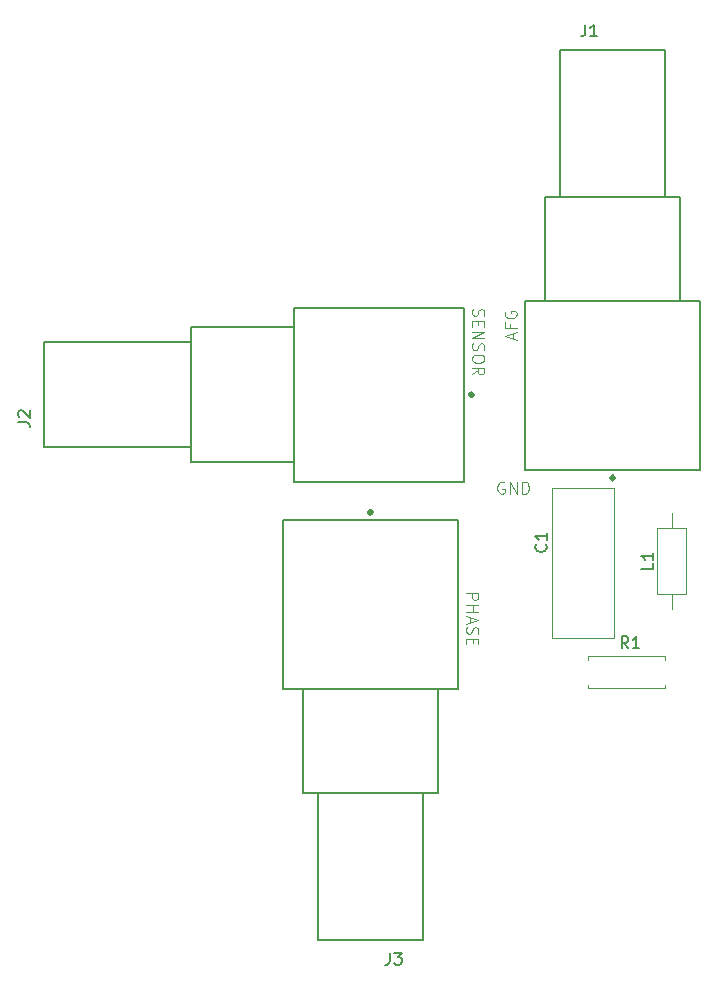
<source format=gbr>
%TF.GenerationSoftware,KiCad,Pcbnew,9.0.2*%
%TF.CreationDate,2025-06-02T11:27:28-03:00*%
%TF.ProjectId,PCB_BNC,5043425f-424e-4432-9e6b-696361645f70,rev?*%
%TF.SameCoordinates,Original*%
%TF.FileFunction,Legend,Top*%
%TF.FilePolarity,Positive*%
%FSLAX46Y46*%
G04 Gerber Fmt 4.6, Leading zero omitted, Abs format (unit mm)*
G04 Created by KiCad (PCBNEW 9.0.2) date 2025-06-02 11:27:28*
%MOMM*%
%LPD*%
G01*
G04 APERTURE LIST*
%ADD10C,0.100000*%
%ADD11C,0.150000*%
%ADD12C,0.127000*%
%ADD13C,0.300000*%
%ADD14C,0.120000*%
G04 APERTURE END LIST*
D10*
X130627580Y-62803884D02*
X131627580Y-62803884D01*
X131627580Y-62803884D02*
X131627580Y-63184836D01*
X131627580Y-63184836D02*
X131579961Y-63280074D01*
X131579961Y-63280074D02*
X131532342Y-63327693D01*
X131532342Y-63327693D02*
X131437104Y-63375312D01*
X131437104Y-63375312D02*
X131294247Y-63375312D01*
X131294247Y-63375312D02*
X131199009Y-63327693D01*
X131199009Y-63327693D02*
X131151390Y-63280074D01*
X131151390Y-63280074D02*
X131103771Y-63184836D01*
X131103771Y-63184836D02*
X131103771Y-62803884D01*
X130627580Y-63803884D02*
X131627580Y-63803884D01*
X131151390Y-63803884D02*
X131151390Y-64375312D01*
X130627580Y-64375312D02*
X131627580Y-64375312D01*
X130913295Y-64803884D02*
X130913295Y-65280074D01*
X130627580Y-64708646D02*
X131627580Y-65041979D01*
X131627580Y-65041979D02*
X130627580Y-65375312D01*
X130675200Y-65661027D02*
X130627580Y-65803884D01*
X130627580Y-65803884D02*
X130627580Y-66041979D01*
X130627580Y-66041979D02*
X130675200Y-66137217D01*
X130675200Y-66137217D02*
X130722819Y-66184836D01*
X130722819Y-66184836D02*
X130818057Y-66232455D01*
X130818057Y-66232455D02*
X130913295Y-66232455D01*
X130913295Y-66232455D02*
X131008533Y-66184836D01*
X131008533Y-66184836D02*
X131056152Y-66137217D01*
X131056152Y-66137217D02*
X131103771Y-66041979D01*
X131103771Y-66041979D02*
X131151390Y-65851503D01*
X131151390Y-65851503D02*
X131199009Y-65756265D01*
X131199009Y-65756265D02*
X131246628Y-65708646D01*
X131246628Y-65708646D02*
X131341866Y-65661027D01*
X131341866Y-65661027D02*
X131437104Y-65661027D01*
X131437104Y-65661027D02*
X131532342Y-65708646D01*
X131532342Y-65708646D02*
X131579961Y-65756265D01*
X131579961Y-65756265D02*
X131627580Y-65851503D01*
X131627580Y-65851503D02*
X131627580Y-66089598D01*
X131627580Y-66089598D02*
X131579961Y-66232455D01*
X131151390Y-66661027D02*
X131151390Y-66994360D01*
X130627580Y-67137217D02*
X130627580Y-66661027D01*
X130627580Y-66661027D02*
X131627580Y-66661027D01*
X131627580Y-66661027D02*
X131627580Y-67137217D01*
X134586704Y-41243734D02*
X134586704Y-40767544D01*
X134872419Y-41338972D02*
X133872419Y-41005639D01*
X133872419Y-41005639D02*
X134872419Y-40672306D01*
X134348609Y-40005639D02*
X134348609Y-40338972D01*
X134872419Y-40338972D02*
X133872419Y-40338972D01*
X133872419Y-40338972D02*
X133872419Y-39862782D01*
X133920038Y-38958020D02*
X133872419Y-39053258D01*
X133872419Y-39053258D02*
X133872419Y-39196115D01*
X133872419Y-39196115D02*
X133920038Y-39338972D01*
X133920038Y-39338972D02*
X134015276Y-39434210D01*
X134015276Y-39434210D02*
X134110514Y-39481829D01*
X134110514Y-39481829D02*
X134300990Y-39529448D01*
X134300990Y-39529448D02*
X134443847Y-39529448D01*
X134443847Y-39529448D02*
X134634323Y-39481829D01*
X134634323Y-39481829D02*
X134729561Y-39434210D01*
X134729561Y-39434210D02*
X134824800Y-39338972D01*
X134824800Y-39338972D02*
X134872419Y-39196115D01*
X134872419Y-39196115D02*
X134872419Y-39100877D01*
X134872419Y-39100877D02*
X134824800Y-38958020D01*
X134824800Y-38958020D02*
X134777180Y-38910401D01*
X134777180Y-38910401D02*
X134443847Y-38910401D01*
X134443847Y-38910401D02*
X134443847Y-39100877D01*
X131175200Y-38756265D02*
X131127580Y-38899122D01*
X131127580Y-38899122D02*
X131127580Y-39137217D01*
X131127580Y-39137217D02*
X131175200Y-39232455D01*
X131175200Y-39232455D02*
X131222819Y-39280074D01*
X131222819Y-39280074D02*
X131318057Y-39327693D01*
X131318057Y-39327693D02*
X131413295Y-39327693D01*
X131413295Y-39327693D02*
X131508533Y-39280074D01*
X131508533Y-39280074D02*
X131556152Y-39232455D01*
X131556152Y-39232455D02*
X131603771Y-39137217D01*
X131603771Y-39137217D02*
X131651390Y-38946741D01*
X131651390Y-38946741D02*
X131699009Y-38851503D01*
X131699009Y-38851503D02*
X131746628Y-38803884D01*
X131746628Y-38803884D02*
X131841866Y-38756265D01*
X131841866Y-38756265D02*
X131937104Y-38756265D01*
X131937104Y-38756265D02*
X132032342Y-38803884D01*
X132032342Y-38803884D02*
X132079961Y-38851503D01*
X132079961Y-38851503D02*
X132127580Y-38946741D01*
X132127580Y-38946741D02*
X132127580Y-39184836D01*
X132127580Y-39184836D02*
X132079961Y-39327693D01*
X131651390Y-39756265D02*
X131651390Y-40089598D01*
X131127580Y-40232455D02*
X131127580Y-39756265D01*
X131127580Y-39756265D02*
X132127580Y-39756265D01*
X132127580Y-39756265D02*
X132127580Y-40232455D01*
X131127580Y-40661027D02*
X132127580Y-40661027D01*
X132127580Y-40661027D02*
X131127580Y-41232455D01*
X131127580Y-41232455D02*
X132127580Y-41232455D01*
X131175200Y-41661027D02*
X131127580Y-41803884D01*
X131127580Y-41803884D02*
X131127580Y-42041979D01*
X131127580Y-42041979D02*
X131175200Y-42137217D01*
X131175200Y-42137217D02*
X131222819Y-42184836D01*
X131222819Y-42184836D02*
X131318057Y-42232455D01*
X131318057Y-42232455D02*
X131413295Y-42232455D01*
X131413295Y-42232455D02*
X131508533Y-42184836D01*
X131508533Y-42184836D02*
X131556152Y-42137217D01*
X131556152Y-42137217D02*
X131603771Y-42041979D01*
X131603771Y-42041979D02*
X131651390Y-41851503D01*
X131651390Y-41851503D02*
X131699009Y-41756265D01*
X131699009Y-41756265D02*
X131746628Y-41708646D01*
X131746628Y-41708646D02*
X131841866Y-41661027D01*
X131841866Y-41661027D02*
X131937104Y-41661027D01*
X131937104Y-41661027D02*
X132032342Y-41708646D01*
X132032342Y-41708646D02*
X132079961Y-41756265D01*
X132079961Y-41756265D02*
X132127580Y-41851503D01*
X132127580Y-41851503D02*
X132127580Y-42089598D01*
X132127580Y-42089598D02*
X132079961Y-42232455D01*
X132127580Y-42851503D02*
X132127580Y-43041979D01*
X132127580Y-43041979D02*
X132079961Y-43137217D01*
X132079961Y-43137217D02*
X131984723Y-43232455D01*
X131984723Y-43232455D02*
X131794247Y-43280074D01*
X131794247Y-43280074D02*
X131460914Y-43280074D01*
X131460914Y-43280074D02*
X131270438Y-43232455D01*
X131270438Y-43232455D02*
X131175200Y-43137217D01*
X131175200Y-43137217D02*
X131127580Y-43041979D01*
X131127580Y-43041979D02*
X131127580Y-42851503D01*
X131127580Y-42851503D02*
X131175200Y-42756265D01*
X131175200Y-42756265D02*
X131270438Y-42661027D01*
X131270438Y-42661027D02*
X131460914Y-42613408D01*
X131460914Y-42613408D02*
X131794247Y-42613408D01*
X131794247Y-42613408D02*
X131984723Y-42661027D01*
X131984723Y-42661027D02*
X132079961Y-42756265D01*
X132079961Y-42756265D02*
X132127580Y-42851503D01*
X131127580Y-44280074D02*
X131603771Y-43946741D01*
X131127580Y-43708646D02*
X132127580Y-43708646D01*
X132127580Y-43708646D02*
X132127580Y-44089598D01*
X132127580Y-44089598D02*
X132079961Y-44184836D01*
X132079961Y-44184836D02*
X132032342Y-44232455D01*
X132032342Y-44232455D02*
X131937104Y-44280074D01*
X131937104Y-44280074D02*
X131794247Y-44280074D01*
X131794247Y-44280074D02*
X131699009Y-44232455D01*
X131699009Y-44232455D02*
X131651390Y-44184836D01*
X131651390Y-44184836D02*
X131603771Y-44089598D01*
X131603771Y-44089598D02*
X131603771Y-43708646D01*
X133827693Y-53420038D02*
X133732455Y-53372419D01*
X133732455Y-53372419D02*
X133589598Y-53372419D01*
X133589598Y-53372419D02*
X133446741Y-53420038D01*
X133446741Y-53420038D02*
X133351503Y-53515276D01*
X133351503Y-53515276D02*
X133303884Y-53610514D01*
X133303884Y-53610514D02*
X133256265Y-53800990D01*
X133256265Y-53800990D02*
X133256265Y-53943847D01*
X133256265Y-53943847D02*
X133303884Y-54134323D01*
X133303884Y-54134323D02*
X133351503Y-54229561D01*
X133351503Y-54229561D02*
X133446741Y-54324800D01*
X133446741Y-54324800D02*
X133589598Y-54372419D01*
X133589598Y-54372419D02*
X133684836Y-54372419D01*
X133684836Y-54372419D02*
X133827693Y-54324800D01*
X133827693Y-54324800D02*
X133875312Y-54277180D01*
X133875312Y-54277180D02*
X133875312Y-53943847D01*
X133875312Y-53943847D02*
X133684836Y-53943847D01*
X134303884Y-54372419D02*
X134303884Y-53372419D01*
X134303884Y-53372419D02*
X134875312Y-54372419D01*
X134875312Y-54372419D02*
X134875312Y-53372419D01*
X135351503Y-54372419D02*
X135351503Y-53372419D01*
X135351503Y-53372419D02*
X135589598Y-53372419D01*
X135589598Y-53372419D02*
X135732455Y-53420038D01*
X135732455Y-53420038D02*
X135827693Y-53515276D01*
X135827693Y-53515276D02*
X135875312Y-53610514D01*
X135875312Y-53610514D02*
X135922931Y-53800990D01*
X135922931Y-53800990D02*
X135922931Y-53943847D01*
X135922931Y-53943847D02*
X135875312Y-54134323D01*
X135875312Y-54134323D02*
X135827693Y-54229561D01*
X135827693Y-54229561D02*
X135732455Y-54324800D01*
X135732455Y-54324800D02*
X135589598Y-54372419D01*
X135589598Y-54372419D02*
X135351503Y-54372419D01*
D11*
X140679322Y-14663528D02*
X140679322Y-15378539D01*
X140679322Y-15378539D02*
X140631655Y-15521542D01*
X140631655Y-15521542D02*
X140536320Y-15616877D01*
X140536320Y-15616877D02*
X140393318Y-15664544D01*
X140393318Y-15664544D02*
X140297983Y-15664544D01*
X141680338Y-15664544D02*
X141108329Y-15664544D01*
X141394334Y-15664544D02*
X141394334Y-14663528D01*
X141394334Y-14663528D02*
X141298999Y-14806530D01*
X141298999Y-14806530D02*
X141203664Y-14901865D01*
X141203664Y-14901865D02*
X141108329Y-14949533D01*
X92663528Y-48320677D02*
X93378539Y-48320677D01*
X93378539Y-48320677D02*
X93521542Y-48368344D01*
X93521542Y-48368344D02*
X93616877Y-48463679D01*
X93616877Y-48463679D02*
X93664544Y-48606681D01*
X93664544Y-48606681D02*
X93664544Y-48702016D01*
X92758863Y-47891670D02*
X92711195Y-47844002D01*
X92711195Y-47844002D02*
X92663528Y-47748668D01*
X92663528Y-47748668D02*
X92663528Y-47510330D01*
X92663528Y-47510330D02*
X92711195Y-47414996D01*
X92711195Y-47414996D02*
X92758863Y-47367328D01*
X92758863Y-47367328D02*
X92854198Y-47319661D01*
X92854198Y-47319661D02*
X92949533Y-47319661D01*
X92949533Y-47319661D02*
X93092535Y-47367328D01*
X93092535Y-47367328D02*
X93664544Y-47939337D01*
X93664544Y-47939337D02*
X93664544Y-47319661D01*
X146454819Y-60246666D02*
X146454819Y-60722856D01*
X146454819Y-60722856D02*
X145454819Y-60722856D01*
X146454819Y-59389523D02*
X146454819Y-59960951D01*
X146454819Y-59675237D02*
X145454819Y-59675237D01*
X145454819Y-59675237D02*
X145597676Y-59770475D01*
X145597676Y-59770475D02*
X145692914Y-59865713D01*
X145692914Y-59865713D02*
X145740533Y-59960951D01*
X124153332Y-93245018D02*
X124153332Y-93960029D01*
X124153332Y-93960029D02*
X124105665Y-94103032D01*
X124105665Y-94103032D02*
X124010330Y-94198367D01*
X124010330Y-94198367D02*
X123867328Y-94246034D01*
X123867328Y-94246034D02*
X123771993Y-94246034D01*
X124534672Y-93245018D02*
X125154348Y-93245018D01*
X125154348Y-93245018D02*
X124820676Y-93626357D01*
X124820676Y-93626357D02*
X124963679Y-93626357D01*
X124963679Y-93626357D02*
X125059014Y-93674025D01*
X125059014Y-93674025D02*
X125106681Y-93721692D01*
X125106681Y-93721692D02*
X125154348Y-93817027D01*
X125154348Y-93817027D02*
X125154348Y-94055364D01*
X125154348Y-94055364D02*
X125106681Y-94150699D01*
X125106681Y-94150699D02*
X125059014Y-94198367D01*
X125059014Y-94198367D02*
X124963679Y-94246034D01*
X124963679Y-94246034D02*
X124677674Y-94246034D01*
X124677674Y-94246034D02*
X124582339Y-94198367D01*
X124582339Y-94198367D02*
X124534672Y-94150699D01*
X144333333Y-67454819D02*
X144000000Y-66978628D01*
X143761905Y-67454819D02*
X143761905Y-66454819D01*
X143761905Y-66454819D02*
X144142857Y-66454819D01*
X144142857Y-66454819D02*
X144238095Y-66502438D01*
X144238095Y-66502438D02*
X144285714Y-66550057D01*
X144285714Y-66550057D02*
X144333333Y-66645295D01*
X144333333Y-66645295D02*
X144333333Y-66788152D01*
X144333333Y-66788152D02*
X144285714Y-66883390D01*
X144285714Y-66883390D02*
X144238095Y-66931009D01*
X144238095Y-66931009D02*
X144142857Y-66978628D01*
X144142857Y-66978628D02*
X143761905Y-66978628D01*
X145285714Y-67454819D02*
X144714286Y-67454819D01*
X145000000Y-67454819D02*
X145000000Y-66454819D01*
X145000000Y-66454819D02*
X144904762Y-66597676D01*
X144904762Y-66597676D02*
X144809524Y-66692914D01*
X144809524Y-66692914D02*
X144714286Y-66740533D01*
X137359580Y-58666666D02*
X137407200Y-58714285D01*
X137407200Y-58714285D02*
X137454819Y-58857142D01*
X137454819Y-58857142D02*
X137454819Y-58952380D01*
X137454819Y-58952380D02*
X137407200Y-59095237D01*
X137407200Y-59095237D02*
X137311961Y-59190475D01*
X137311961Y-59190475D02*
X137216723Y-59238094D01*
X137216723Y-59238094D02*
X137026247Y-59285713D01*
X137026247Y-59285713D02*
X136883390Y-59285713D01*
X136883390Y-59285713D02*
X136692914Y-59238094D01*
X136692914Y-59238094D02*
X136597676Y-59190475D01*
X136597676Y-59190475D02*
X136502438Y-59095237D01*
X136502438Y-59095237D02*
X136454819Y-58952380D01*
X136454819Y-58952380D02*
X136454819Y-58857142D01*
X136454819Y-58857142D02*
X136502438Y-58714285D01*
X136502438Y-58714285D02*
X136550057Y-58666666D01*
X137454819Y-57714285D02*
X137454819Y-58285713D01*
X137454819Y-57999999D02*
X136454819Y-57999999D01*
X136454819Y-57999999D02*
X136597676Y-58095237D01*
X136597676Y-58095237D02*
X136692914Y-58190475D01*
X136692914Y-58190475D02*
X136740533Y-58285713D01*
D12*
%TO.C,J1*%
X135620000Y-38050000D02*
X150380000Y-38050000D01*
X135620000Y-52400000D02*
X135620000Y-38050000D01*
X137285000Y-29290000D02*
X138555000Y-29290000D01*
X137285000Y-38050000D02*
X137285000Y-29290000D01*
X138555000Y-16840000D02*
X147445000Y-16840000D01*
X138555000Y-29290000D02*
X138555000Y-16840000D01*
X138555000Y-29290000D02*
X147445000Y-29290000D01*
X147445000Y-16840000D02*
X147445000Y-29290000D01*
X147445000Y-29290000D02*
X148715000Y-29290000D01*
X148715000Y-29290000D02*
X148715000Y-38050000D01*
X150380000Y-38050000D02*
X150380000Y-52400000D01*
X150380000Y-52400000D02*
X135620000Y-52400000D01*
D13*
X143150000Y-53040000D02*
G75*
G02*
X142850000Y-53040000I-150000J0D01*
G01*
X142850000Y-53040000D02*
G75*
G02*
X143150000Y-53040000I150000J0D01*
G01*
D12*
%TO.C,J2*%
X94840000Y-41555000D02*
X107290000Y-41555000D01*
X94840000Y-50445000D02*
X94840000Y-41555000D01*
X107290000Y-40285000D02*
X116050000Y-40285000D01*
X107290000Y-41555000D02*
X107290000Y-40285000D01*
X107290000Y-50445000D02*
X94840000Y-50445000D01*
X107290000Y-50445000D02*
X107290000Y-41555000D01*
X107290000Y-51715000D02*
X107290000Y-50445000D01*
X116050000Y-38620000D02*
X130400000Y-38620000D01*
X116050000Y-51715000D02*
X107290000Y-51715000D01*
X116050000Y-53380000D02*
X116050000Y-38620000D01*
X130400000Y-38620000D02*
X130400000Y-53380000D01*
X130400000Y-53380000D02*
X116050000Y-53380000D01*
D13*
X131190000Y-46000000D02*
G75*
G02*
X130890000Y-46000000I-150000J0D01*
G01*
X130890000Y-46000000D02*
G75*
G02*
X131190000Y-46000000I150000J0D01*
G01*
D14*
%TO.C,L1*%
X148000000Y-56040000D02*
X148000000Y-57310000D01*
X148000000Y-64120000D02*
X148000000Y-62850000D01*
X149220000Y-57310000D02*
X146780000Y-57310000D01*
X146780000Y-62850000D01*
X149220000Y-62850000D01*
X149220000Y-57310000D01*
D12*
%TO.C,J3*%
X115120000Y-56600000D02*
X129880000Y-56600000D01*
X115120000Y-70950000D02*
X115120000Y-56600000D01*
X116785000Y-79710000D02*
X116785000Y-70950000D01*
X118055000Y-79710000D02*
X116785000Y-79710000D01*
X118055000Y-92160000D02*
X118055000Y-79710000D01*
X126945000Y-79710000D02*
X118055000Y-79710000D01*
X126945000Y-79710000D02*
X126945000Y-92160000D01*
X126945000Y-92160000D02*
X118055000Y-92160000D01*
X128215000Y-70950000D02*
X128215000Y-79710000D01*
X128215000Y-79710000D02*
X126945000Y-79710000D01*
X129880000Y-56600000D02*
X129880000Y-70950000D01*
X129880000Y-70950000D02*
X115120000Y-70950000D01*
D13*
X122650000Y-55960000D02*
G75*
G02*
X122350000Y-55960000I-150000J0D01*
G01*
X122350000Y-55960000D02*
G75*
G02*
X122650000Y-55960000I150000J0D01*
G01*
D14*
%TO.C,R1*%
X140920000Y-68130000D02*
X140920000Y-68460000D01*
X140920000Y-70870000D02*
X140920000Y-70540000D01*
X147460000Y-68130000D02*
X140920000Y-68130000D01*
X147460000Y-68460000D02*
X147460000Y-68130000D01*
X147460000Y-70540000D02*
X147460000Y-70870000D01*
X147460000Y-70870000D02*
X140920000Y-70870000D01*
%TO.C,C1*%
X137880000Y-53880000D02*
X143120000Y-53880000D01*
X137880000Y-66620000D02*
X137880000Y-53880000D01*
X137880000Y-66620000D02*
X143120000Y-66620000D01*
X143120000Y-66620000D02*
X143120000Y-53880000D01*
%TD*%
M02*

</source>
